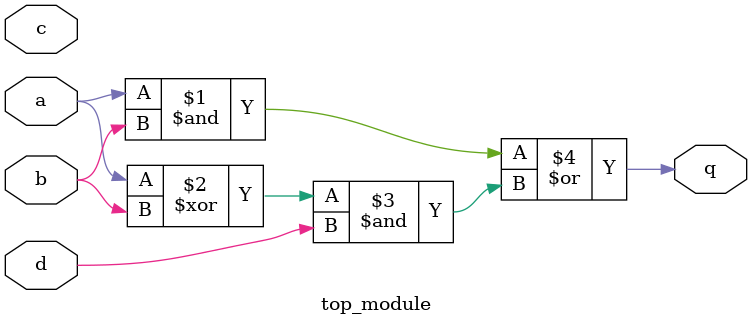
<source format=sv>
module top_module (
	input a, 
	input b, 
	input c, 
	input d,
	output q
);

assign q = (a & b) | ((a ^ b) & d);

endmodule

</source>
